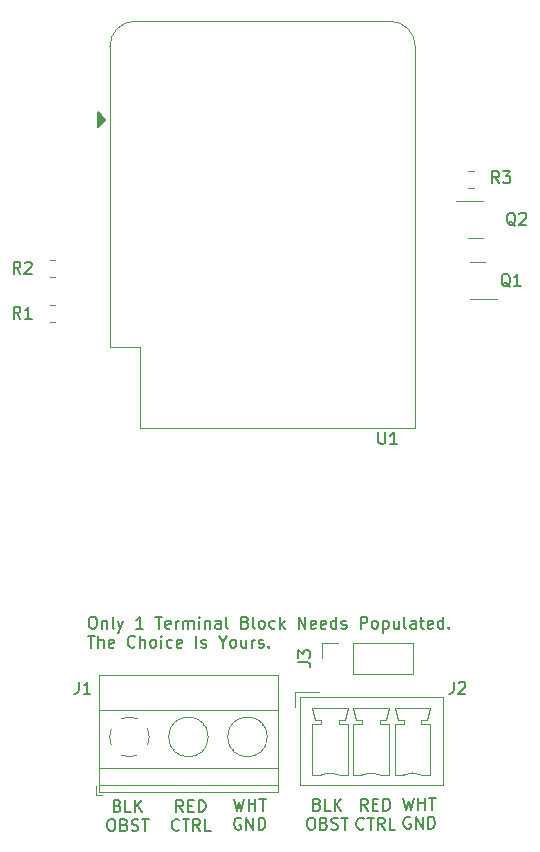
<source format=gto>
%TF.GenerationSoftware,KiCad,Pcbnew,7.0.7*%
%TF.CreationDate,2023-10-31T07:57:55-06:00*%
%TF.ProjectId,RatGDO-OpenSource-D1Mini-ESP8266,52617447-444f-42d4-9f70-656e536f7572,rev?*%
%TF.SameCoordinates,Original*%
%TF.FileFunction,Legend,Top*%
%TF.FilePolarity,Positive*%
%FSLAX46Y46*%
G04 Gerber Fmt 4.6, Leading zero omitted, Abs format (unit mm)*
G04 Created by KiCad (PCBNEW 7.0.7) date 2023-10-31 07:57:55*
%MOMM*%
%LPD*%
G01*
G04 APERTURE LIST*
%ADD10C,0.150000*%
%ADD11C,0.120000*%
G04 APERTURE END LIST*
D10*
X145613899Y-124133912D02*
X145756756Y-124181531D01*
X145756756Y-124181531D02*
X145804375Y-124229150D01*
X145804375Y-124229150D02*
X145851994Y-124324388D01*
X145851994Y-124324388D02*
X145851994Y-124467245D01*
X145851994Y-124467245D02*
X145804375Y-124562483D01*
X145804375Y-124562483D02*
X145756756Y-124610103D01*
X145756756Y-124610103D02*
X145661518Y-124657722D01*
X145661518Y-124657722D02*
X145280566Y-124657722D01*
X145280566Y-124657722D02*
X145280566Y-123657722D01*
X145280566Y-123657722D02*
X145613899Y-123657722D01*
X145613899Y-123657722D02*
X145709137Y-123705341D01*
X145709137Y-123705341D02*
X145756756Y-123752960D01*
X145756756Y-123752960D02*
X145804375Y-123848198D01*
X145804375Y-123848198D02*
X145804375Y-123943436D01*
X145804375Y-123943436D02*
X145756756Y-124038674D01*
X145756756Y-124038674D02*
X145709137Y-124086293D01*
X145709137Y-124086293D02*
X145613899Y-124133912D01*
X145613899Y-124133912D02*
X145280566Y-124133912D01*
X146756756Y-124657722D02*
X146280566Y-124657722D01*
X146280566Y-124657722D02*
X146280566Y-123657722D01*
X147090090Y-124657722D02*
X147090090Y-123657722D01*
X147661518Y-124657722D02*
X147232947Y-124086293D01*
X147661518Y-123657722D02*
X147090090Y-124229150D01*
X144994852Y-125267722D02*
X145185328Y-125267722D01*
X145185328Y-125267722D02*
X145280566Y-125315341D01*
X145280566Y-125315341D02*
X145375804Y-125410579D01*
X145375804Y-125410579D02*
X145423423Y-125601055D01*
X145423423Y-125601055D02*
X145423423Y-125934388D01*
X145423423Y-125934388D02*
X145375804Y-126124864D01*
X145375804Y-126124864D02*
X145280566Y-126220103D01*
X145280566Y-126220103D02*
X145185328Y-126267722D01*
X145185328Y-126267722D02*
X144994852Y-126267722D01*
X144994852Y-126267722D02*
X144899614Y-126220103D01*
X144899614Y-126220103D02*
X144804376Y-126124864D01*
X144804376Y-126124864D02*
X144756757Y-125934388D01*
X144756757Y-125934388D02*
X144756757Y-125601055D01*
X144756757Y-125601055D02*
X144804376Y-125410579D01*
X144804376Y-125410579D02*
X144899614Y-125315341D01*
X144899614Y-125315341D02*
X144994852Y-125267722D01*
X146185328Y-125743912D02*
X146328185Y-125791531D01*
X146328185Y-125791531D02*
X146375804Y-125839150D01*
X146375804Y-125839150D02*
X146423423Y-125934388D01*
X146423423Y-125934388D02*
X146423423Y-126077245D01*
X146423423Y-126077245D02*
X146375804Y-126172483D01*
X146375804Y-126172483D02*
X146328185Y-126220103D01*
X146328185Y-126220103D02*
X146232947Y-126267722D01*
X146232947Y-126267722D02*
X145851995Y-126267722D01*
X145851995Y-126267722D02*
X145851995Y-125267722D01*
X145851995Y-125267722D02*
X146185328Y-125267722D01*
X146185328Y-125267722D02*
X146280566Y-125315341D01*
X146280566Y-125315341D02*
X146328185Y-125362960D01*
X146328185Y-125362960D02*
X146375804Y-125458198D01*
X146375804Y-125458198D02*
X146375804Y-125553436D01*
X146375804Y-125553436D02*
X146328185Y-125648674D01*
X146328185Y-125648674D02*
X146280566Y-125696293D01*
X146280566Y-125696293D02*
X146185328Y-125743912D01*
X146185328Y-125743912D02*
X145851995Y-125743912D01*
X146804376Y-126220103D02*
X146947233Y-126267722D01*
X146947233Y-126267722D02*
X147185328Y-126267722D01*
X147185328Y-126267722D02*
X147280566Y-126220103D01*
X147280566Y-126220103D02*
X147328185Y-126172483D01*
X147328185Y-126172483D02*
X147375804Y-126077245D01*
X147375804Y-126077245D02*
X147375804Y-125982007D01*
X147375804Y-125982007D02*
X147328185Y-125886769D01*
X147328185Y-125886769D02*
X147280566Y-125839150D01*
X147280566Y-125839150D02*
X147185328Y-125791531D01*
X147185328Y-125791531D02*
X146994852Y-125743912D01*
X146994852Y-125743912D02*
X146899614Y-125696293D01*
X146899614Y-125696293D02*
X146851995Y-125648674D01*
X146851995Y-125648674D02*
X146804376Y-125553436D01*
X146804376Y-125553436D02*
X146804376Y-125458198D01*
X146804376Y-125458198D02*
X146851995Y-125362960D01*
X146851995Y-125362960D02*
X146899614Y-125315341D01*
X146899614Y-125315341D02*
X146994852Y-125267722D01*
X146994852Y-125267722D02*
X147232947Y-125267722D01*
X147232947Y-125267722D02*
X147375804Y-125315341D01*
X147661519Y-125267722D02*
X148232947Y-125267722D01*
X147947233Y-126267722D02*
X147947233Y-125267722D01*
X134251631Y-124759655D02*
X133918298Y-124283464D01*
X133680203Y-124759655D02*
X133680203Y-123759655D01*
X133680203Y-123759655D02*
X134061155Y-123759655D01*
X134061155Y-123759655D02*
X134156393Y-123807274D01*
X134156393Y-123807274D02*
X134204012Y-123854893D01*
X134204012Y-123854893D02*
X134251631Y-123950131D01*
X134251631Y-123950131D02*
X134251631Y-124092988D01*
X134251631Y-124092988D02*
X134204012Y-124188226D01*
X134204012Y-124188226D02*
X134156393Y-124235845D01*
X134156393Y-124235845D02*
X134061155Y-124283464D01*
X134061155Y-124283464D02*
X133680203Y-124283464D01*
X134680203Y-124235845D02*
X135013536Y-124235845D01*
X135156393Y-124759655D02*
X134680203Y-124759655D01*
X134680203Y-124759655D02*
X134680203Y-123759655D01*
X134680203Y-123759655D02*
X135156393Y-123759655D01*
X135584965Y-124759655D02*
X135584965Y-123759655D01*
X135584965Y-123759655D02*
X135823060Y-123759655D01*
X135823060Y-123759655D02*
X135965917Y-123807274D01*
X135965917Y-123807274D02*
X136061155Y-123902512D01*
X136061155Y-123902512D02*
X136108774Y-123997750D01*
X136108774Y-123997750D02*
X136156393Y-124188226D01*
X136156393Y-124188226D02*
X136156393Y-124331083D01*
X136156393Y-124331083D02*
X136108774Y-124521559D01*
X136108774Y-124521559D02*
X136061155Y-124616797D01*
X136061155Y-124616797D02*
X135965917Y-124712036D01*
X135965917Y-124712036D02*
X135823060Y-124759655D01*
X135823060Y-124759655D02*
X135584965Y-124759655D01*
X133918298Y-126274416D02*
X133870679Y-126322036D01*
X133870679Y-126322036D02*
X133727822Y-126369655D01*
X133727822Y-126369655D02*
X133632584Y-126369655D01*
X133632584Y-126369655D02*
X133489727Y-126322036D01*
X133489727Y-126322036D02*
X133394489Y-126226797D01*
X133394489Y-126226797D02*
X133346870Y-126131559D01*
X133346870Y-126131559D02*
X133299251Y-125941083D01*
X133299251Y-125941083D02*
X133299251Y-125798226D01*
X133299251Y-125798226D02*
X133346870Y-125607750D01*
X133346870Y-125607750D02*
X133394489Y-125512512D01*
X133394489Y-125512512D02*
X133489727Y-125417274D01*
X133489727Y-125417274D02*
X133632584Y-125369655D01*
X133632584Y-125369655D02*
X133727822Y-125369655D01*
X133727822Y-125369655D02*
X133870679Y-125417274D01*
X133870679Y-125417274D02*
X133918298Y-125464893D01*
X134204013Y-125369655D02*
X134775441Y-125369655D01*
X134489727Y-126369655D02*
X134489727Y-125369655D01*
X135680203Y-126369655D02*
X135346870Y-125893464D01*
X135108775Y-126369655D02*
X135108775Y-125369655D01*
X135108775Y-125369655D02*
X135489727Y-125369655D01*
X135489727Y-125369655D02*
X135584965Y-125417274D01*
X135584965Y-125417274D02*
X135632584Y-125464893D01*
X135632584Y-125464893D02*
X135680203Y-125560131D01*
X135680203Y-125560131D02*
X135680203Y-125702988D01*
X135680203Y-125702988D02*
X135632584Y-125798226D01*
X135632584Y-125798226D02*
X135584965Y-125845845D01*
X135584965Y-125845845D02*
X135489727Y-125893464D01*
X135489727Y-125893464D02*
X135108775Y-125893464D01*
X136584965Y-126369655D02*
X136108775Y-126369655D01*
X136108775Y-126369655D02*
X136108775Y-125369655D01*
X149881373Y-124657722D02*
X149548040Y-124181531D01*
X149309945Y-124657722D02*
X149309945Y-123657722D01*
X149309945Y-123657722D02*
X149690897Y-123657722D01*
X149690897Y-123657722D02*
X149786135Y-123705341D01*
X149786135Y-123705341D02*
X149833754Y-123752960D01*
X149833754Y-123752960D02*
X149881373Y-123848198D01*
X149881373Y-123848198D02*
X149881373Y-123991055D01*
X149881373Y-123991055D02*
X149833754Y-124086293D01*
X149833754Y-124086293D02*
X149786135Y-124133912D01*
X149786135Y-124133912D02*
X149690897Y-124181531D01*
X149690897Y-124181531D02*
X149309945Y-124181531D01*
X150309945Y-124133912D02*
X150643278Y-124133912D01*
X150786135Y-124657722D02*
X150309945Y-124657722D01*
X150309945Y-124657722D02*
X150309945Y-123657722D01*
X150309945Y-123657722D02*
X150786135Y-123657722D01*
X151214707Y-124657722D02*
X151214707Y-123657722D01*
X151214707Y-123657722D02*
X151452802Y-123657722D01*
X151452802Y-123657722D02*
X151595659Y-123705341D01*
X151595659Y-123705341D02*
X151690897Y-123800579D01*
X151690897Y-123800579D02*
X151738516Y-123895817D01*
X151738516Y-123895817D02*
X151786135Y-124086293D01*
X151786135Y-124086293D02*
X151786135Y-124229150D01*
X151786135Y-124229150D02*
X151738516Y-124419626D01*
X151738516Y-124419626D02*
X151690897Y-124514864D01*
X151690897Y-124514864D02*
X151595659Y-124610103D01*
X151595659Y-124610103D02*
X151452802Y-124657722D01*
X151452802Y-124657722D02*
X151214707Y-124657722D01*
X149548040Y-126172483D02*
X149500421Y-126220103D01*
X149500421Y-126220103D02*
X149357564Y-126267722D01*
X149357564Y-126267722D02*
X149262326Y-126267722D01*
X149262326Y-126267722D02*
X149119469Y-126220103D01*
X149119469Y-126220103D02*
X149024231Y-126124864D01*
X149024231Y-126124864D02*
X148976612Y-126029626D01*
X148976612Y-126029626D02*
X148928993Y-125839150D01*
X148928993Y-125839150D02*
X148928993Y-125696293D01*
X148928993Y-125696293D02*
X148976612Y-125505817D01*
X148976612Y-125505817D02*
X149024231Y-125410579D01*
X149024231Y-125410579D02*
X149119469Y-125315341D01*
X149119469Y-125315341D02*
X149262326Y-125267722D01*
X149262326Y-125267722D02*
X149357564Y-125267722D01*
X149357564Y-125267722D02*
X149500421Y-125315341D01*
X149500421Y-125315341D02*
X149548040Y-125362960D01*
X149833755Y-125267722D02*
X150405183Y-125267722D01*
X150119469Y-126267722D02*
X150119469Y-125267722D01*
X151309945Y-126267722D02*
X150976612Y-125791531D01*
X150738517Y-126267722D02*
X150738517Y-125267722D01*
X150738517Y-125267722D02*
X151119469Y-125267722D01*
X151119469Y-125267722D02*
X151214707Y-125315341D01*
X151214707Y-125315341D02*
X151262326Y-125362960D01*
X151262326Y-125362960D02*
X151309945Y-125458198D01*
X151309945Y-125458198D02*
X151309945Y-125601055D01*
X151309945Y-125601055D02*
X151262326Y-125696293D01*
X151262326Y-125696293D02*
X151214707Y-125743912D01*
X151214707Y-125743912D02*
X151119469Y-125791531D01*
X151119469Y-125791531D02*
X150738517Y-125791531D01*
X152214707Y-126267722D02*
X151738517Y-126267722D01*
X151738517Y-126267722D02*
X151738517Y-125267722D01*
X138558503Y-123657722D02*
X138796598Y-124657722D01*
X138796598Y-124657722D02*
X138987074Y-123943436D01*
X138987074Y-123943436D02*
X139177550Y-124657722D01*
X139177550Y-124657722D02*
X139415646Y-123657722D01*
X139796598Y-124657722D02*
X139796598Y-123657722D01*
X139796598Y-124133912D02*
X140368026Y-124133912D01*
X140368026Y-124657722D02*
X140368026Y-123657722D01*
X140701360Y-123657722D02*
X141272788Y-123657722D01*
X140987074Y-124657722D02*
X140987074Y-123657722D01*
X139129931Y-125315341D02*
X139034693Y-125267722D01*
X139034693Y-125267722D02*
X138891836Y-125267722D01*
X138891836Y-125267722D02*
X138748979Y-125315341D01*
X138748979Y-125315341D02*
X138653741Y-125410579D01*
X138653741Y-125410579D02*
X138606122Y-125505817D01*
X138606122Y-125505817D02*
X138558503Y-125696293D01*
X138558503Y-125696293D02*
X138558503Y-125839150D01*
X138558503Y-125839150D02*
X138606122Y-126029626D01*
X138606122Y-126029626D02*
X138653741Y-126124864D01*
X138653741Y-126124864D02*
X138748979Y-126220103D01*
X138748979Y-126220103D02*
X138891836Y-126267722D01*
X138891836Y-126267722D02*
X138987074Y-126267722D01*
X138987074Y-126267722D02*
X139129931Y-126220103D01*
X139129931Y-126220103D02*
X139177550Y-126172483D01*
X139177550Y-126172483D02*
X139177550Y-125839150D01*
X139177550Y-125839150D02*
X138987074Y-125839150D01*
X139606122Y-126267722D02*
X139606122Y-125267722D01*
X139606122Y-125267722D02*
X140177550Y-126267722D01*
X140177550Y-126267722D02*
X140177550Y-125267722D01*
X140653741Y-126267722D02*
X140653741Y-125267722D01*
X140653741Y-125267722D02*
X140891836Y-125267722D01*
X140891836Y-125267722D02*
X141034693Y-125315341D01*
X141034693Y-125315341D02*
X141129931Y-125410579D01*
X141129931Y-125410579D02*
X141177550Y-125505817D01*
X141177550Y-125505817D02*
X141225169Y-125696293D01*
X141225169Y-125696293D02*
X141225169Y-125839150D01*
X141225169Y-125839150D02*
X141177550Y-126029626D01*
X141177550Y-126029626D02*
X141129931Y-126124864D01*
X141129931Y-126124864D02*
X141034693Y-126220103D01*
X141034693Y-126220103D02*
X140891836Y-126267722D01*
X140891836Y-126267722D02*
X140653741Y-126267722D01*
X126516044Y-108248027D02*
X126706520Y-108248027D01*
X126706520Y-108248027D02*
X126801758Y-108295646D01*
X126801758Y-108295646D02*
X126896996Y-108390884D01*
X126896996Y-108390884D02*
X126944615Y-108581360D01*
X126944615Y-108581360D02*
X126944615Y-108914693D01*
X126944615Y-108914693D02*
X126896996Y-109105169D01*
X126896996Y-109105169D02*
X126801758Y-109200408D01*
X126801758Y-109200408D02*
X126706520Y-109248027D01*
X126706520Y-109248027D02*
X126516044Y-109248027D01*
X126516044Y-109248027D02*
X126420806Y-109200408D01*
X126420806Y-109200408D02*
X126325568Y-109105169D01*
X126325568Y-109105169D02*
X126277949Y-108914693D01*
X126277949Y-108914693D02*
X126277949Y-108581360D01*
X126277949Y-108581360D02*
X126325568Y-108390884D01*
X126325568Y-108390884D02*
X126420806Y-108295646D01*
X126420806Y-108295646D02*
X126516044Y-108248027D01*
X127373187Y-108581360D02*
X127373187Y-109248027D01*
X127373187Y-108676598D02*
X127420806Y-108628979D01*
X127420806Y-108628979D02*
X127516044Y-108581360D01*
X127516044Y-108581360D02*
X127658901Y-108581360D01*
X127658901Y-108581360D02*
X127754139Y-108628979D01*
X127754139Y-108628979D02*
X127801758Y-108724217D01*
X127801758Y-108724217D02*
X127801758Y-109248027D01*
X128420806Y-109248027D02*
X128325568Y-109200408D01*
X128325568Y-109200408D02*
X128277949Y-109105169D01*
X128277949Y-109105169D02*
X128277949Y-108248027D01*
X128706521Y-108581360D02*
X128944616Y-109248027D01*
X129182711Y-108581360D02*
X128944616Y-109248027D01*
X128944616Y-109248027D02*
X128849378Y-109486122D01*
X128849378Y-109486122D02*
X128801759Y-109533741D01*
X128801759Y-109533741D02*
X128706521Y-109581360D01*
X130849378Y-109248027D02*
X130277950Y-109248027D01*
X130563664Y-109248027D02*
X130563664Y-108248027D01*
X130563664Y-108248027D02*
X130468426Y-108390884D01*
X130468426Y-108390884D02*
X130373188Y-108486122D01*
X130373188Y-108486122D02*
X130277950Y-108533741D01*
X131896998Y-108248027D02*
X132468426Y-108248027D01*
X132182712Y-109248027D02*
X132182712Y-108248027D01*
X133182712Y-109200408D02*
X133087474Y-109248027D01*
X133087474Y-109248027D02*
X132896998Y-109248027D01*
X132896998Y-109248027D02*
X132801760Y-109200408D01*
X132801760Y-109200408D02*
X132754141Y-109105169D01*
X132754141Y-109105169D02*
X132754141Y-108724217D01*
X132754141Y-108724217D02*
X132801760Y-108628979D01*
X132801760Y-108628979D02*
X132896998Y-108581360D01*
X132896998Y-108581360D02*
X133087474Y-108581360D01*
X133087474Y-108581360D02*
X133182712Y-108628979D01*
X133182712Y-108628979D02*
X133230331Y-108724217D01*
X133230331Y-108724217D02*
X133230331Y-108819455D01*
X133230331Y-108819455D02*
X132754141Y-108914693D01*
X133658903Y-109248027D02*
X133658903Y-108581360D01*
X133658903Y-108771836D02*
X133706522Y-108676598D01*
X133706522Y-108676598D02*
X133754141Y-108628979D01*
X133754141Y-108628979D02*
X133849379Y-108581360D01*
X133849379Y-108581360D02*
X133944617Y-108581360D01*
X134277951Y-109248027D02*
X134277951Y-108581360D01*
X134277951Y-108676598D02*
X134325570Y-108628979D01*
X134325570Y-108628979D02*
X134420808Y-108581360D01*
X134420808Y-108581360D02*
X134563665Y-108581360D01*
X134563665Y-108581360D02*
X134658903Y-108628979D01*
X134658903Y-108628979D02*
X134706522Y-108724217D01*
X134706522Y-108724217D02*
X134706522Y-109248027D01*
X134706522Y-108724217D02*
X134754141Y-108628979D01*
X134754141Y-108628979D02*
X134849379Y-108581360D01*
X134849379Y-108581360D02*
X134992236Y-108581360D01*
X134992236Y-108581360D02*
X135087475Y-108628979D01*
X135087475Y-108628979D02*
X135135094Y-108724217D01*
X135135094Y-108724217D02*
X135135094Y-109248027D01*
X135611284Y-109248027D02*
X135611284Y-108581360D01*
X135611284Y-108248027D02*
X135563665Y-108295646D01*
X135563665Y-108295646D02*
X135611284Y-108343265D01*
X135611284Y-108343265D02*
X135658903Y-108295646D01*
X135658903Y-108295646D02*
X135611284Y-108248027D01*
X135611284Y-108248027D02*
X135611284Y-108343265D01*
X136087474Y-108581360D02*
X136087474Y-109248027D01*
X136087474Y-108676598D02*
X136135093Y-108628979D01*
X136135093Y-108628979D02*
X136230331Y-108581360D01*
X136230331Y-108581360D02*
X136373188Y-108581360D01*
X136373188Y-108581360D02*
X136468426Y-108628979D01*
X136468426Y-108628979D02*
X136516045Y-108724217D01*
X136516045Y-108724217D02*
X136516045Y-109248027D01*
X137420807Y-109248027D02*
X137420807Y-108724217D01*
X137420807Y-108724217D02*
X137373188Y-108628979D01*
X137373188Y-108628979D02*
X137277950Y-108581360D01*
X137277950Y-108581360D02*
X137087474Y-108581360D01*
X137087474Y-108581360D02*
X136992236Y-108628979D01*
X137420807Y-109200408D02*
X137325569Y-109248027D01*
X137325569Y-109248027D02*
X137087474Y-109248027D01*
X137087474Y-109248027D02*
X136992236Y-109200408D01*
X136992236Y-109200408D02*
X136944617Y-109105169D01*
X136944617Y-109105169D02*
X136944617Y-109009931D01*
X136944617Y-109009931D02*
X136992236Y-108914693D01*
X136992236Y-108914693D02*
X137087474Y-108867074D01*
X137087474Y-108867074D02*
X137325569Y-108867074D01*
X137325569Y-108867074D02*
X137420807Y-108819455D01*
X138039855Y-109248027D02*
X137944617Y-109200408D01*
X137944617Y-109200408D02*
X137896998Y-109105169D01*
X137896998Y-109105169D02*
X137896998Y-108248027D01*
X139516046Y-108724217D02*
X139658903Y-108771836D01*
X139658903Y-108771836D02*
X139706522Y-108819455D01*
X139706522Y-108819455D02*
X139754141Y-108914693D01*
X139754141Y-108914693D02*
X139754141Y-109057550D01*
X139754141Y-109057550D02*
X139706522Y-109152788D01*
X139706522Y-109152788D02*
X139658903Y-109200408D01*
X139658903Y-109200408D02*
X139563665Y-109248027D01*
X139563665Y-109248027D02*
X139182713Y-109248027D01*
X139182713Y-109248027D02*
X139182713Y-108248027D01*
X139182713Y-108248027D02*
X139516046Y-108248027D01*
X139516046Y-108248027D02*
X139611284Y-108295646D01*
X139611284Y-108295646D02*
X139658903Y-108343265D01*
X139658903Y-108343265D02*
X139706522Y-108438503D01*
X139706522Y-108438503D02*
X139706522Y-108533741D01*
X139706522Y-108533741D02*
X139658903Y-108628979D01*
X139658903Y-108628979D02*
X139611284Y-108676598D01*
X139611284Y-108676598D02*
X139516046Y-108724217D01*
X139516046Y-108724217D02*
X139182713Y-108724217D01*
X140325570Y-109248027D02*
X140230332Y-109200408D01*
X140230332Y-109200408D02*
X140182713Y-109105169D01*
X140182713Y-109105169D02*
X140182713Y-108248027D01*
X140849380Y-109248027D02*
X140754142Y-109200408D01*
X140754142Y-109200408D02*
X140706523Y-109152788D01*
X140706523Y-109152788D02*
X140658904Y-109057550D01*
X140658904Y-109057550D02*
X140658904Y-108771836D01*
X140658904Y-108771836D02*
X140706523Y-108676598D01*
X140706523Y-108676598D02*
X140754142Y-108628979D01*
X140754142Y-108628979D02*
X140849380Y-108581360D01*
X140849380Y-108581360D02*
X140992237Y-108581360D01*
X140992237Y-108581360D02*
X141087475Y-108628979D01*
X141087475Y-108628979D02*
X141135094Y-108676598D01*
X141135094Y-108676598D02*
X141182713Y-108771836D01*
X141182713Y-108771836D02*
X141182713Y-109057550D01*
X141182713Y-109057550D02*
X141135094Y-109152788D01*
X141135094Y-109152788D02*
X141087475Y-109200408D01*
X141087475Y-109200408D02*
X140992237Y-109248027D01*
X140992237Y-109248027D02*
X140849380Y-109248027D01*
X142039856Y-109200408D02*
X141944618Y-109248027D01*
X141944618Y-109248027D02*
X141754142Y-109248027D01*
X141754142Y-109248027D02*
X141658904Y-109200408D01*
X141658904Y-109200408D02*
X141611285Y-109152788D01*
X141611285Y-109152788D02*
X141563666Y-109057550D01*
X141563666Y-109057550D02*
X141563666Y-108771836D01*
X141563666Y-108771836D02*
X141611285Y-108676598D01*
X141611285Y-108676598D02*
X141658904Y-108628979D01*
X141658904Y-108628979D02*
X141754142Y-108581360D01*
X141754142Y-108581360D02*
X141944618Y-108581360D01*
X141944618Y-108581360D02*
X142039856Y-108628979D01*
X142468428Y-109248027D02*
X142468428Y-108248027D01*
X142563666Y-108867074D02*
X142849380Y-109248027D01*
X142849380Y-108581360D02*
X142468428Y-108962312D01*
X144039857Y-109248027D02*
X144039857Y-108248027D01*
X144039857Y-108248027D02*
X144611285Y-109248027D01*
X144611285Y-109248027D02*
X144611285Y-108248027D01*
X145468428Y-109200408D02*
X145373190Y-109248027D01*
X145373190Y-109248027D02*
X145182714Y-109248027D01*
X145182714Y-109248027D02*
X145087476Y-109200408D01*
X145087476Y-109200408D02*
X145039857Y-109105169D01*
X145039857Y-109105169D02*
X145039857Y-108724217D01*
X145039857Y-108724217D02*
X145087476Y-108628979D01*
X145087476Y-108628979D02*
X145182714Y-108581360D01*
X145182714Y-108581360D02*
X145373190Y-108581360D01*
X145373190Y-108581360D02*
X145468428Y-108628979D01*
X145468428Y-108628979D02*
X145516047Y-108724217D01*
X145516047Y-108724217D02*
X145516047Y-108819455D01*
X145516047Y-108819455D02*
X145039857Y-108914693D01*
X146325571Y-109200408D02*
X146230333Y-109248027D01*
X146230333Y-109248027D02*
X146039857Y-109248027D01*
X146039857Y-109248027D02*
X145944619Y-109200408D01*
X145944619Y-109200408D02*
X145897000Y-109105169D01*
X145897000Y-109105169D02*
X145897000Y-108724217D01*
X145897000Y-108724217D02*
X145944619Y-108628979D01*
X145944619Y-108628979D02*
X146039857Y-108581360D01*
X146039857Y-108581360D02*
X146230333Y-108581360D01*
X146230333Y-108581360D02*
X146325571Y-108628979D01*
X146325571Y-108628979D02*
X146373190Y-108724217D01*
X146373190Y-108724217D02*
X146373190Y-108819455D01*
X146373190Y-108819455D02*
X145897000Y-108914693D01*
X147230333Y-109248027D02*
X147230333Y-108248027D01*
X147230333Y-109200408D02*
X147135095Y-109248027D01*
X147135095Y-109248027D02*
X146944619Y-109248027D01*
X146944619Y-109248027D02*
X146849381Y-109200408D01*
X146849381Y-109200408D02*
X146801762Y-109152788D01*
X146801762Y-109152788D02*
X146754143Y-109057550D01*
X146754143Y-109057550D02*
X146754143Y-108771836D01*
X146754143Y-108771836D02*
X146801762Y-108676598D01*
X146801762Y-108676598D02*
X146849381Y-108628979D01*
X146849381Y-108628979D02*
X146944619Y-108581360D01*
X146944619Y-108581360D02*
X147135095Y-108581360D01*
X147135095Y-108581360D02*
X147230333Y-108628979D01*
X147658905Y-109200408D02*
X147754143Y-109248027D01*
X147754143Y-109248027D02*
X147944619Y-109248027D01*
X147944619Y-109248027D02*
X148039857Y-109200408D01*
X148039857Y-109200408D02*
X148087476Y-109105169D01*
X148087476Y-109105169D02*
X148087476Y-109057550D01*
X148087476Y-109057550D02*
X148039857Y-108962312D01*
X148039857Y-108962312D02*
X147944619Y-108914693D01*
X147944619Y-108914693D02*
X147801762Y-108914693D01*
X147801762Y-108914693D02*
X147706524Y-108867074D01*
X147706524Y-108867074D02*
X147658905Y-108771836D01*
X147658905Y-108771836D02*
X147658905Y-108724217D01*
X147658905Y-108724217D02*
X147706524Y-108628979D01*
X147706524Y-108628979D02*
X147801762Y-108581360D01*
X147801762Y-108581360D02*
X147944619Y-108581360D01*
X147944619Y-108581360D02*
X148039857Y-108628979D01*
X149277953Y-109248027D02*
X149277953Y-108248027D01*
X149277953Y-108248027D02*
X149658905Y-108248027D01*
X149658905Y-108248027D02*
X149754143Y-108295646D01*
X149754143Y-108295646D02*
X149801762Y-108343265D01*
X149801762Y-108343265D02*
X149849381Y-108438503D01*
X149849381Y-108438503D02*
X149849381Y-108581360D01*
X149849381Y-108581360D02*
X149801762Y-108676598D01*
X149801762Y-108676598D02*
X149754143Y-108724217D01*
X149754143Y-108724217D02*
X149658905Y-108771836D01*
X149658905Y-108771836D02*
X149277953Y-108771836D01*
X150420810Y-109248027D02*
X150325572Y-109200408D01*
X150325572Y-109200408D02*
X150277953Y-109152788D01*
X150277953Y-109152788D02*
X150230334Y-109057550D01*
X150230334Y-109057550D02*
X150230334Y-108771836D01*
X150230334Y-108771836D02*
X150277953Y-108676598D01*
X150277953Y-108676598D02*
X150325572Y-108628979D01*
X150325572Y-108628979D02*
X150420810Y-108581360D01*
X150420810Y-108581360D02*
X150563667Y-108581360D01*
X150563667Y-108581360D02*
X150658905Y-108628979D01*
X150658905Y-108628979D02*
X150706524Y-108676598D01*
X150706524Y-108676598D02*
X150754143Y-108771836D01*
X150754143Y-108771836D02*
X150754143Y-109057550D01*
X150754143Y-109057550D02*
X150706524Y-109152788D01*
X150706524Y-109152788D02*
X150658905Y-109200408D01*
X150658905Y-109200408D02*
X150563667Y-109248027D01*
X150563667Y-109248027D02*
X150420810Y-109248027D01*
X151182715Y-108581360D02*
X151182715Y-109581360D01*
X151182715Y-108628979D02*
X151277953Y-108581360D01*
X151277953Y-108581360D02*
X151468429Y-108581360D01*
X151468429Y-108581360D02*
X151563667Y-108628979D01*
X151563667Y-108628979D02*
X151611286Y-108676598D01*
X151611286Y-108676598D02*
X151658905Y-108771836D01*
X151658905Y-108771836D02*
X151658905Y-109057550D01*
X151658905Y-109057550D02*
X151611286Y-109152788D01*
X151611286Y-109152788D02*
X151563667Y-109200408D01*
X151563667Y-109200408D02*
X151468429Y-109248027D01*
X151468429Y-109248027D02*
X151277953Y-109248027D01*
X151277953Y-109248027D02*
X151182715Y-109200408D01*
X152516048Y-108581360D02*
X152516048Y-109248027D01*
X152087477Y-108581360D02*
X152087477Y-109105169D01*
X152087477Y-109105169D02*
X152135096Y-109200408D01*
X152135096Y-109200408D02*
X152230334Y-109248027D01*
X152230334Y-109248027D02*
X152373191Y-109248027D01*
X152373191Y-109248027D02*
X152468429Y-109200408D01*
X152468429Y-109200408D02*
X152516048Y-109152788D01*
X153135096Y-109248027D02*
X153039858Y-109200408D01*
X153039858Y-109200408D02*
X152992239Y-109105169D01*
X152992239Y-109105169D02*
X152992239Y-108248027D01*
X153944620Y-109248027D02*
X153944620Y-108724217D01*
X153944620Y-108724217D02*
X153897001Y-108628979D01*
X153897001Y-108628979D02*
X153801763Y-108581360D01*
X153801763Y-108581360D02*
X153611287Y-108581360D01*
X153611287Y-108581360D02*
X153516049Y-108628979D01*
X153944620Y-109200408D02*
X153849382Y-109248027D01*
X153849382Y-109248027D02*
X153611287Y-109248027D01*
X153611287Y-109248027D02*
X153516049Y-109200408D01*
X153516049Y-109200408D02*
X153468430Y-109105169D01*
X153468430Y-109105169D02*
X153468430Y-109009931D01*
X153468430Y-109009931D02*
X153516049Y-108914693D01*
X153516049Y-108914693D02*
X153611287Y-108867074D01*
X153611287Y-108867074D02*
X153849382Y-108867074D01*
X153849382Y-108867074D02*
X153944620Y-108819455D01*
X154277954Y-108581360D02*
X154658906Y-108581360D01*
X154420811Y-108248027D02*
X154420811Y-109105169D01*
X154420811Y-109105169D02*
X154468430Y-109200408D01*
X154468430Y-109200408D02*
X154563668Y-109248027D01*
X154563668Y-109248027D02*
X154658906Y-109248027D01*
X155373192Y-109200408D02*
X155277954Y-109248027D01*
X155277954Y-109248027D02*
X155087478Y-109248027D01*
X155087478Y-109248027D02*
X154992240Y-109200408D01*
X154992240Y-109200408D02*
X154944621Y-109105169D01*
X154944621Y-109105169D02*
X154944621Y-108724217D01*
X154944621Y-108724217D02*
X154992240Y-108628979D01*
X154992240Y-108628979D02*
X155087478Y-108581360D01*
X155087478Y-108581360D02*
X155277954Y-108581360D01*
X155277954Y-108581360D02*
X155373192Y-108628979D01*
X155373192Y-108628979D02*
X155420811Y-108724217D01*
X155420811Y-108724217D02*
X155420811Y-108819455D01*
X155420811Y-108819455D02*
X154944621Y-108914693D01*
X156277954Y-109248027D02*
X156277954Y-108248027D01*
X156277954Y-109200408D02*
X156182716Y-109248027D01*
X156182716Y-109248027D02*
X155992240Y-109248027D01*
X155992240Y-109248027D02*
X155897002Y-109200408D01*
X155897002Y-109200408D02*
X155849383Y-109152788D01*
X155849383Y-109152788D02*
X155801764Y-109057550D01*
X155801764Y-109057550D02*
X155801764Y-108771836D01*
X155801764Y-108771836D02*
X155849383Y-108676598D01*
X155849383Y-108676598D02*
X155897002Y-108628979D01*
X155897002Y-108628979D02*
X155992240Y-108581360D01*
X155992240Y-108581360D02*
X156182716Y-108581360D01*
X156182716Y-108581360D02*
X156277954Y-108628979D01*
X156754145Y-109152788D02*
X156801764Y-109200408D01*
X156801764Y-109200408D02*
X156754145Y-109248027D01*
X156754145Y-109248027D02*
X156706526Y-109200408D01*
X156706526Y-109200408D02*
X156754145Y-109152788D01*
X156754145Y-109152788D02*
X156754145Y-109248027D01*
X126182711Y-109858027D02*
X126754139Y-109858027D01*
X126468425Y-110858027D02*
X126468425Y-109858027D01*
X127087473Y-110858027D02*
X127087473Y-109858027D01*
X127516044Y-110858027D02*
X127516044Y-110334217D01*
X127516044Y-110334217D02*
X127468425Y-110238979D01*
X127468425Y-110238979D02*
X127373187Y-110191360D01*
X127373187Y-110191360D02*
X127230330Y-110191360D01*
X127230330Y-110191360D02*
X127135092Y-110238979D01*
X127135092Y-110238979D02*
X127087473Y-110286598D01*
X128373187Y-110810408D02*
X128277949Y-110858027D01*
X128277949Y-110858027D02*
X128087473Y-110858027D01*
X128087473Y-110858027D02*
X127992235Y-110810408D01*
X127992235Y-110810408D02*
X127944616Y-110715169D01*
X127944616Y-110715169D02*
X127944616Y-110334217D01*
X127944616Y-110334217D02*
X127992235Y-110238979D01*
X127992235Y-110238979D02*
X128087473Y-110191360D01*
X128087473Y-110191360D02*
X128277949Y-110191360D01*
X128277949Y-110191360D02*
X128373187Y-110238979D01*
X128373187Y-110238979D02*
X128420806Y-110334217D01*
X128420806Y-110334217D02*
X128420806Y-110429455D01*
X128420806Y-110429455D02*
X127944616Y-110524693D01*
X130182711Y-110762788D02*
X130135092Y-110810408D01*
X130135092Y-110810408D02*
X129992235Y-110858027D01*
X129992235Y-110858027D02*
X129896997Y-110858027D01*
X129896997Y-110858027D02*
X129754140Y-110810408D01*
X129754140Y-110810408D02*
X129658902Y-110715169D01*
X129658902Y-110715169D02*
X129611283Y-110619931D01*
X129611283Y-110619931D02*
X129563664Y-110429455D01*
X129563664Y-110429455D02*
X129563664Y-110286598D01*
X129563664Y-110286598D02*
X129611283Y-110096122D01*
X129611283Y-110096122D02*
X129658902Y-110000884D01*
X129658902Y-110000884D02*
X129754140Y-109905646D01*
X129754140Y-109905646D02*
X129896997Y-109858027D01*
X129896997Y-109858027D02*
X129992235Y-109858027D01*
X129992235Y-109858027D02*
X130135092Y-109905646D01*
X130135092Y-109905646D02*
X130182711Y-109953265D01*
X130611283Y-110858027D02*
X130611283Y-109858027D01*
X131039854Y-110858027D02*
X131039854Y-110334217D01*
X131039854Y-110334217D02*
X130992235Y-110238979D01*
X130992235Y-110238979D02*
X130896997Y-110191360D01*
X130896997Y-110191360D02*
X130754140Y-110191360D01*
X130754140Y-110191360D02*
X130658902Y-110238979D01*
X130658902Y-110238979D02*
X130611283Y-110286598D01*
X131658902Y-110858027D02*
X131563664Y-110810408D01*
X131563664Y-110810408D02*
X131516045Y-110762788D01*
X131516045Y-110762788D02*
X131468426Y-110667550D01*
X131468426Y-110667550D02*
X131468426Y-110381836D01*
X131468426Y-110381836D02*
X131516045Y-110286598D01*
X131516045Y-110286598D02*
X131563664Y-110238979D01*
X131563664Y-110238979D02*
X131658902Y-110191360D01*
X131658902Y-110191360D02*
X131801759Y-110191360D01*
X131801759Y-110191360D02*
X131896997Y-110238979D01*
X131896997Y-110238979D02*
X131944616Y-110286598D01*
X131944616Y-110286598D02*
X131992235Y-110381836D01*
X131992235Y-110381836D02*
X131992235Y-110667550D01*
X131992235Y-110667550D02*
X131944616Y-110762788D01*
X131944616Y-110762788D02*
X131896997Y-110810408D01*
X131896997Y-110810408D02*
X131801759Y-110858027D01*
X131801759Y-110858027D02*
X131658902Y-110858027D01*
X132420807Y-110858027D02*
X132420807Y-110191360D01*
X132420807Y-109858027D02*
X132373188Y-109905646D01*
X132373188Y-109905646D02*
X132420807Y-109953265D01*
X132420807Y-109953265D02*
X132468426Y-109905646D01*
X132468426Y-109905646D02*
X132420807Y-109858027D01*
X132420807Y-109858027D02*
X132420807Y-109953265D01*
X133325568Y-110810408D02*
X133230330Y-110858027D01*
X133230330Y-110858027D02*
X133039854Y-110858027D01*
X133039854Y-110858027D02*
X132944616Y-110810408D01*
X132944616Y-110810408D02*
X132896997Y-110762788D01*
X132896997Y-110762788D02*
X132849378Y-110667550D01*
X132849378Y-110667550D02*
X132849378Y-110381836D01*
X132849378Y-110381836D02*
X132896997Y-110286598D01*
X132896997Y-110286598D02*
X132944616Y-110238979D01*
X132944616Y-110238979D02*
X133039854Y-110191360D01*
X133039854Y-110191360D02*
X133230330Y-110191360D01*
X133230330Y-110191360D02*
X133325568Y-110238979D01*
X134135092Y-110810408D02*
X134039854Y-110858027D01*
X134039854Y-110858027D02*
X133849378Y-110858027D01*
X133849378Y-110858027D02*
X133754140Y-110810408D01*
X133754140Y-110810408D02*
X133706521Y-110715169D01*
X133706521Y-110715169D02*
X133706521Y-110334217D01*
X133706521Y-110334217D02*
X133754140Y-110238979D01*
X133754140Y-110238979D02*
X133849378Y-110191360D01*
X133849378Y-110191360D02*
X134039854Y-110191360D01*
X134039854Y-110191360D02*
X134135092Y-110238979D01*
X134135092Y-110238979D02*
X134182711Y-110334217D01*
X134182711Y-110334217D02*
X134182711Y-110429455D01*
X134182711Y-110429455D02*
X133706521Y-110524693D01*
X135373188Y-110858027D02*
X135373188Y-109858027D01*
X135801759Y-110810408D02*
X135896997Y-110858027D01*
X135896997Y-110858027D02*
X136087473Y-110858027D01*
X136087473Y-110858027D02*
X136182711Y-110810408D01*
X136182711Y-110810408D02*
X136230330Y-110715169D01*
X136230330Y-110715169D02*
X136230330Y-110667550D01*
X136230330Y-110667550D02*
X136182711Y-110572312D01*
X136182711Y-110572312D02*
X136087473Y-110524693D01*
X136087473Y-110524693D02*
X135944616Y-110524693D01*
X135944616Y-110524693D02*
X135849378Y-110477074D01*
X135849378Y-110477074D02*
X135801759Y-110381836D01*
X135801759Y-110381836D02*
X135801759Y-110334217D01*
X135801759Y-110334217D02*
X135849378Y-110238979D01*
X135849378Y-110238979D02*
X135944616Y-110191360D01*
X135944616Y-110191360D02*
X136087473Y-110191360D01*
X136087473Y-110191360D02*
X136182711Y-110238979D01*
X137611283Y-110381836D02*
X137611283Y-110858027D01*
X137277950Y-109858027D02*
X137611283Y-110381836D01*
X137611283Y-110381836D02*
X137944616Y-109858027D01*
X138420807Y-110858027D02*
X138325569Y-110810408D01*
X138325569Y-110810408D02*
X138277950Y-110762788D01*
X138277950Y-110762788D02*
X138230331Y-110667550D01*
X138230331Y-110667550D02*
X138230331Y-110381836D01*
X138230331Y-110381836D02*
X138277950Y-110286598D01*
X138277950Y-110286598D02*
X138325569Y-110238979D01*
X138325569Y-110238979D02*
X138420807Y-110191360D01*
X138420807Y-110191360D02*
X138563664Y-110191360D01*
X138563664Y-110191360D02*
X138658902Y-110238979D01*
X138658902Y-110238979D02*
X138706521Y-110286598D01*
X138706521Y-110286598D02*
X138754140Y-110381836D01*
X138754140Y-110381836D02*
X138754140Y-110667550D01*
X138754140Y-110667550D02*
X138706521Y-110762788D01*
X138706521Y-110762788D02*
X138658902Y-110810408D01*
X138658902Y-110810408D02*
X138563664Y-110858027D01*
X138563664Y-110858027D02*
X138420807Y-110858027D01*
X139611283Y-110191360D02*
X139611283Y-110858027D01*
X139182712Y-110191360D02*
X139182712Y-110715169D01*
X139182712Y-110715169D02*
X139230331Y-110810408D01*
X139230331Y-110810408D02*
X139325569Y-110858027D01*
X139325569Y-110858027D02*
X139468426Y-110858027D01*
X139468426Y-110858027D02*
X139563664Y-110810408D01*
X139563664Y-110810408D02*
X139611283Y-110762788D01*
X140087474Y-110858027D02*
X140087474Y-110191360D01*
X140087474Y-110381836D02*
X140135093Y-110286598D01*
X140135093Y-110286598D02*
X140182712Y-110238979D01*
X140182712Y-110238979D02*
X140277950Y-110191360D01*
X140277950Y-110191360D02*
X140373188Y-110191360D01*
X140658903Y-110810408D02*
X140754141Y-110858027D01*
X140754141Y-110858027D02*
X140944617Y-110858027D01*
X140944617Y-110858027D02*
X141039855Y-110810408D01*
X141039855Y-110810408D02*
X141087474Y-110715169D01*
X141087474Y-110715169D02*
X141087474Y-110667550D01*
X141087474Y-110667550D02*
X141039855Y-110572312D01*
X141039855Y-110572312D02*
X140944617Y-110524693D01*
X140944617Y-110524693D02*
X140801760Y-110524693D01*
X140801760Y-110524693D02*
X140706522Y-110477074D01*
X140706522Y-110477074D02*
X140658903Y-110381836D01*
X140658903Y-110381836D02*
X140658903Y-110334217D01*
X140658903Y-110334217D02*
X140706522Y-110238979D01*
X140706522Y-110238979D02*
X140801760Y-110191360D01*
X140801760Y-110191360D02*
X140944617Y-110191360D01*
X140944617Y-110191360D02*
X141039855Y-110238979D01*
X141516046Y-110762788D02*
X141563665Y-110810408D01*
X141563665Y-110810408D02*
X141516046Y-110858027D01*
X141516046Y-110858027D02*
X141468427Y-110810408D01*
X141468427Y-110810408D02*
X141516046Y-110762788D01*
X141516046Y-110762788D02*
X141516046Y-110858027D01*
X128706666Y-124235845D02*
X128849523Y-124283464D01*
X128849523Y-124283464D02*
X128897142Y-124331083D01*
X128897142Y-124331083D02*
X128944761Y-124426321D01*
X128944761Y-124426321D02*
X128944761Y-124569178D01*
X128944761Y-124569178D02*
X128897142Y-124664416D01*
X128897142Y-124664416D02*
X128849523Y-124712036D01*
X128849523Y-124712036D02*
X128754285Y-124759655D01*
X128754285Y-124759655D02*
X128373333Y-124759655D01*
X128373333Y-124759655D02*
X128373333Y-123759655D01*
X128373333Y-123759655D02*
X128706666Y-123759655D01*
X128706666Y-123759655D02*
X128801904Y-123807274D01*
X128801904Y-123807274D02*
X128849523Y-123854893D01*
X128849523Y-123854893D02*
X128897142Y-123950131D01*
X128897142Y-123950131D02*
X128897142Y-124045369D01*
X128897142Y-124045369D02*
X128849523Y-124140607D01*
X128849523Y-124140607D02*
X128801904Y-124188226D01*
X128801904Y-124188226D02*
X128706666Y-124235845D01*
X128706666Y-124235845D02*
X128373333Y-124235845D01*
X129849523Y-124759655D02*
X129373333Y-124759655D01*
X129373333Y-124759655D02*
X129373333Y-123759655D01*
X130182857Y-124759655D02*
X130182857Y-123759655D01*
X130754285Y-124759655D02*
X130325714Y-124188226D01*
X130754285Y-123759655D02*
X130182857Y-124331083D01*
X128087619Y-125369655D02*
X128278095Y-125369655D01*
X128278095Y-125369655D02*
X128373333Y-125417274D01*
X128373333Y-125417274D02*
X128468571Y-125512512D01*
X128468571Y-125512512D02*
X128516190Y-125702988D01*
X128516190Y-125702988D02*
X128516190Y-126036321D01*
X128516190Y-126036321D02*
X128468571Y-126226797D01*
X128468571Y-126226797D02*
X128373333Y-126322036D01*
X128373333Y-126322036D02*
X128278095Y-126369655D01*
X128278095Y-126369655D02*
X128087619Y-126369655D01*
X128087619Y-126369655D02*
X127992381Y-126322036D01*
X127992381Y-126322036D02*
X127897143Y-126226797D01*
X127897143Y-126226797D02*
X127849524Y-126036321D01*
X127849524Y-126036321D02*
X127849524Y-125702988D01*
X127849524Y-125702988D02*
X127897143Y-125512512D01*
X127897143Y-125512512D02*
X127992381Y-125417274D01*
X127992381Y-125417274D02*
X128087619Y-125369655D01*
X129278095Y-125845845D02*
X129420952Y-125893464D01*
X129420952Y-125893464D02*
X129468571Y-125941083D01*
X129468571Y-125941083D02*
X129516190Y-126036321D01*
X129516190Y-126036321D02*
X129516190Y-126179178D01*
X129516190Y-126179178D02*
X129468571Y-126274416D01*
X129468571Y-126274416D02*
X129420952Y-126322036D01*
X129420952Y-126322036D02*
X129325714Y-126369655D01*
X129325714Y-126369655D02*
X128944762Y-126369655D01*
X128944762Y-126369655D02*
X128944762Y-125369655D01*
X128944762Y-125369655D02*
X129278095Y-125369655D01*
X129278095Y-125369655D02*
X129373333Y-125417274D01*
X129373333Y-125417274D02*
X129420952Y-125464893D01*
X129420952Y-125464893D02*
X129468571Y-125560131D01*
X129468571Y-125560131D02*
X129468571Y-125655369D01*
X129468571Y-125655369D02*
X129420952Y-125750607D01*
X129420952Y-125750607D02*
X129373333Y-125798226D01*
X129373333Y-125798226D02*
X129278095Y-125845845D01*
X129278095Y-125845845D02*
X128944762Y-125845845D01*
X129897143Y-126322036D02*
X130040000Y-126369655D01*
X130040000Y-126369655D02*
X130278095Y-126369655D01*
X130278095Y-126369655D02*
X130373333Y-126322036D01*
X130373333Y-126322036D02*
X130420952Y-126274416D01*
X130420952Y-126274416D02*
X130468571Y-126179178D01*
X130468571Y-126179178D02*
X130468571Y-126083940D01*
X130468571Y-126083940D02*
X130420952Y-125988702D01*
X130420952Y-125988702D02*
X130373333Y-125941083D01*
X130373333Y-125941083D02*
X130278095Y-125893464D01*
X130278095Y-125893464D02*
X130087619Y-125845845D01*
X130087619Y-125845845D02*
X129992381Y-125798226D01*
X129992381Y-125798226D02*
X129944762Y-125750607D01*
X129944762Y-125750607D02*
X129897143Y-125655369D01*
X129897143Y-125655369D02*
X129897143Y-125560131D01*
X129897143Y-125560131D02*
X129944762Y-125464893D01*
X129944762Y-125464893D02*
X129992381Y-125417274D01*
X129992381Y-125417274D02*
X130087619Y-125369655D01*
X130087619Y-125369655D02*
X130325714Y-125369655D01*
X130325714Y-125369655D02*
X130468571Y-125417274D01*
X130754286Y-125369655D02*
X131325714Y-125369655D01*
X131040000Y-126369655D02*
X131040000Y-125369655D01*
X152910754Y-123571047D02*
X153148849Y-124571047D01*
X153148849Y-124571047D02*
X153339325Y-123856761D01*
X153339325Y-123856761D02*
X153529801Y-124571047D01*
X153529801Y-124571047D02*
X153767897Y-123571047D01*
X154148849Y-124571047D02*
X154148849Y-123571047D01*
X154148849Y-124047237D02*
X154720277Y-124047237D01*
X154720277Y-124571047D02*
X154720277Y-123571047D01*
X155053611Y-123571047D02*
X155625039Y-123571047D01*
X155339325Y-124571047D02*
X155339325Y-123571047D01*
X153482182Y-125228666D02*
X153386944Y-125181047D01*
X153386944Y-125181047D02*
X153244087Y-125181047D01*
X153244087Y-125181047D02*
X153101230Y-125228666D01*
X153101230Y-125228666D02*
X153005992Y-125323904D01*
X153005992Y-125323904D02*
X152958373Y-125419142D01*
X152958373Y-125419142D02*
X152910754Y-125609618D01*
X152910754Y-125609618D02*
X152910754Y-125752475D01*
X152910754Y-125752475D02*
X152958373Y-125942951D01*
X152958373Y-125942951D02*
X153005992Y-126038189D01*
X153005992Y-126038189D02*
X153101230Y-126133428D01*
X153101230Y-126133428D02*
X153244087Y-126181047D01*
X153244087Y-126181047D02*
X153339325Y-126181047D01*
X153339325Y-126181047D02*
X153482182Y-126133428D01*
X153482182Y-126133428D02*
X153529801Y-126085808D01*
X153529801Y-126085808D02*
X153529801Y-125752475D01*
X153529801Y-125752475D02*
X153339325Y-125752475D01*
X153958373Y-126181047D02*
X153958373Y-125181047D01*
X153958373Y-125181047D02*
X154529801Y-126181047D01*
X154529801Y-126181047D02*
X154529801Y-125181047D01*
X155005992Y-126181047D02*
X155005992Y-125181047D01*
X155005992Y-125181047D02*
X155244087Y-125181047D01*
X155244087Y-125181047D02*
X155386944Y-125228666D01*
X155386944Y-125228666D02*
X155482182Y-125323904D01*
X155482182Y-125323904D02*
X155529801Y-125419142D01*
X155529801Y-125419142D02*
X155577420Y-125609618D01*
X155577420Y-125609618D02*
X155577420Y-125752475D01*
X155577420Y-125752475D02*
X155529801Y-125942951D01*
X155529801Y-125942951D02*
X155482182Y-126038189D01*
X155482182Y-126038189D02*
X155386944Y-126133428D01*
X155386944Y-126133428D02*
X155244087Y-126181047D01*
X155244087Y-126181047D02*
X155005992Y-126181047D01*
X150785595Y-92614819D02*
X150785595Y-93424342D01*
X150785595Y-93424342D02*
X150833214Y-93519580D01*
X150833214Y-93519580D02*
X150880833Y-93567200D01*
X150880833Y-93567200D02*
X150976071Y-93614819D01*
X150976071Y-93614819D02*
X151166547Y-93614819D01*
X151166547Y-93614819D02*
X151261785Y-93567200D01*
X151261785Y-93567200D02*
X151309404Y-93519580D01*
X151309404Y-93519580D02*
X151357023Y-93424342D01*
X151357023Y-93424342D02*
X151357023Y-92614819D01*
X152357023Y-93614819D02*
X151785595Y-93614819D01*
X152071309Y-93614819D02*
X152071309Y-92614819D01*
X152071309Y-92614819D02*
X151976071Y-92757676D01*
X151976071Y-92757676D02*
X151880833Y-92852914D01*
X151880833Y-92852914D02*
X151785595Y-92900533D01*
X161012006Y-71525879D02*
X160678673Y-71049688D01*
X160440578Y-71525879D02*
X160440578Y-70525879D01*
X160440578Y-70525879D02*
X160821530Y-70525879D01*
X160821530Y-70525879D02*
X160916768Y-70573498D01*
X160916768Y-70573498D02*
X160964387Y-70621117D01*
X160964387Y-70621117D02*
X161012006Y-70716355D01*
X161012006Y-70716355D02*
X161012006Y-70859212D01*
X161012006Y-70859212D02*
X160964387Y-70954450D01*
X160964387Y-70954450D02*
X160916768Y-71002069D01*
X160916768Y-71002069D02*
X160821530Y-71049688D01*
X160821530Y-71049688D02*
X160440578Y-71049688D01*
X161345340Y-70525879D02*
X161964387Y-70525879D01*
X161964387Y-70525879D02*
X161631054Y-70906831D01*
X161631054Y-70906831D02*
X161773911Y-70906831D01*
X161773911Y-70906831D02*
X161869149Y-70954450D01*
X161869149Y-70954450D02*
X161916768Y-71002069D01*
X161916768Y-71002069D02*
X161964387Y-71097307D01*
X161964387Y-71097307D02*
X161964387Y-71335402D01*
X161964387Y-71335402D02*
X161916768Y-71430640D01*
X161916768Y-71430640D02*
X161869149Y-71478260D01*
X161869149Y-71478260D02*
X161773911Y-71525879D01*
X161773911Y-71525879D02*
X161488197Y-71525879D01*
X161488197Y-71525879D02*
X161392959Y-71478260D01*
X161392959Y-71478260D02*
X161345340Y-71430640D01*
X144019819Y-112093333D02*
X144734104Y-112093333D01*
X144734104Y-112093333D02*
X144876961Y-112140952D01*
X144876961Y-112140952D02*
X144972200Y-112236190D01*
X144972200Y-112236190D02*
X145019819Y-112379047D01*
X145019819Y-112379047D02*
X145019819Y-112474285D01*
X144019819Y-111712380D02*
X144019819Y-111093333D01*
X144019819Y-111093333D02*
X144400771Y-111426666D01*
X144400771Y-111426666D02*
X144400771Y-111283809D01*
X144400771Y-111283809D02*
X144448390Y-111188571D01*
X144448390Y-111188571D02*
X144496009Y-111140952D01*
X144496009Y-111140952D02*
X144591247Y-111093333D01*
X144591247Y-111093333D02*
X144829342Y-111093333D01*
X144829342Y-111093333D02*
X144924580Y-111140952D01*
X144924580Y-111140952D02*
X144972200Y-111188571D01*
X144972200Y-111188571D02*
X145019819Y-111283809D01*
X145019819Y-111283809D02*
X145019819Y-111569523D01*
X145019819Y-111569523D02*
X144972200Y-111664761D01*
X144972200Y-111664761D02*
X144924580Y-111712380D01*
X162391518Y-75132900D02*
X162296280Y-75085281D01*
X162296280Y-75085281D02*
X162201042Y-74990043D01*
X162201042Y-74990043D02*
X162058185Y-74847185D01*
X162058185Y-74847185D02*
X161962947Y-74799566D01*
X161962947Y-74799566D02*
X161867709Y-74799566D01*
X161915328Y-75037662D02*
X161820090Y-74990043D01*
X161820090Y-74990043D02*
X161724852Y-74894804D01*
X161724852Y-74894804D02*
X161677233Y-74704328D01*
X161677233Y-74704328D02*
X161677233Y-74370995D01*
X161677233Y-74370995D02*
X161724852Y-74180519D01*
X161724852Y-74180519D02*
X161820090Y-74085281D01*
X161820090Y-74085281D02*
X161915328Y-74037662D01*
X161915328Y-74037662D02*
X162105804Y-74037662D01*
X162105804Y-74037662D02*
X162201042Y-74085281D01*
X162201042Y-74085281D02*
X162296280Y-74180519D01*
X162296280Y-74180519D02*
X162343899Y-74370995D01*
X162343899Y-74370995D02*
X162343899Y-74704328D01*
X162343899Y-74704328D02*
X162296280Y-74894804D01*
X162296280Y-74894804D02*
X162201042Y-74990043D01*
X162201042Y-74990043D02*
X162105804Y-75037662D01*
X162105804Y-75037662D02*
X161915328Y-75037662D01*
X162724852Y-74132900D02*
X162772471Y-74085281D01*
X162772471Y-74085281D02*
X162867709Y-74037662D01*
X162867709Y-74037662D02*
X163105804Y-74037662D01*
X163105804Y-74037662D02*
X163201042Y-74085281D01*
X163201042Y-74085281D02*
X163248661Y-74132900D01*
X163248661Y-74132900D02*
X163296280Y-74228138D01*
X163296280Y-74228138D02*
X163296280Y-74323376D01*
X163296280Y-74323376D02*
X163248661Y-74466233D01*
X163248661Y-74466233D02*
X162677233Y-75037662D01*
X162677233Y-75037662D02*
X163296280Y-75037662D01*
X161935961Y-80309572D02*
X161840723Y-80261953D01*
X161840723Y-80261953D02*
X161745485Y-80166715D01*
X161745485Y-80166715D02*
X161602628Y-80023857D01*
X161602628Y-80023857D02*
X161507390Y-79976238D01*
X161507390Y-79976238D02*
X161412152Y-79976238D01*
X161459771Y-80214334D02*
X161364533Y-80166715D01*
X161364533Y-80166715D02*
X161269295Y-80071476D01*
X161269295Y-80071476D02*
X161221676Y-79881000D01*
X161221676Y-79881000D02*
X161221676Y-79547667D01*
X161221676Y-79547667D02*
X161269295Y-79357191D01*
X161269295Y-79357191D02*
X161364533Y-79261953D01*
X161364533Y-79261953D02*
X161459771Y-79214334D01*
X161459771Y-79214334D02*
X161650247Y-79214334D01*
X161650247Y-79214334D02*
X161745485Y-79261953D01*
X161745485Y-79261953D02*
X161840723Y-79357191D01*
X161840723Y-79357191D02*
X161888342Y-79547667D01*
X161888342Y-79547667D02*
X161888342Y-79881000D01*
X161888342Y-79881000D02*
X161840723Y-80071476D01*
X161840723Y-80071476D02*
X161745485Y-80166715D01*
X161745485Y-80166715D02*
X161650247Y-80214334D01*
X161650247Y-80214334D02*
X161459771Y-80214334D01*
X162840723Y-80214334D02*
X162269295Y-80214334D01*
X162555009Y-80214334D02*
X162555009Y-79214334D01*
X162555009Y-79214334D02*
X162459771Y-79357191D01*
X162459771Y-79357191D02*
X162364533Y-79452429D01*
X162364533Y-79452429D02*
X162269295Y-79500048D01*
X157146666Y-113754819D02*
X157146666Y-114469104D01*
X157146666Y-114469104D02*
X157099047Y-114611961D01*
X157099047Y-114611961D02*
X157003809Y-114707200D01*
X157003809Y-114707200D02*
X156860952Y-114754819D01*
X156860952Y-114754819D02*
X156765714Y-114754819D01*
X157575238Y-113850057D02*
X157622857Y-113802438D01*
X157622857Y-113802438D02*
X157718095Y-113754819D01*
X157718095Y-113754819D02*
X157956190Y-113754819D01*
X157956190Y-113754819D02*
X158051428Y-113802438D01*
X158051428Y-113802438D02*
X158099047Y-113850057D01*
X158099047Y-113850057D02*
X158146666Y-113945295D01*
X158146666Y-113945295D02*
X158146666Y-114040533D01*
X158146666Y-114040533D02*
X158099047Y-114183390D01*
X158099047Y-114183390D02*
X157527619Y-114754819D01*
X157527619Y-114754819D02*
X158146666Y-114754819D01*
X125396666Y-113754819D02*
X125396666Y-114469104D01*
X125396666Y-114469104D02*
X125349047Y-114611961D01*
X125349047Y-114611961D02*
X125253809Y-114707200D01*
X125253809Y-114707200D02*
X125110952Y-114754819D01*
X125110952Y-114754819D02*
X125015714Y-114754819D01*
X126396666Y-114754819D02*
X125825238Y-114754819D01*
X126110952Y-114754819D02*
X126110952Y-113754819D01*
X126110952Y-113754819D02*
X126015714Y-113897676D01*
X126015714Y-113897676D02*
X125920476Y-113992914D01*
X125920476Y-113992914D02*
X125825238Y-114040533D01*
X120483333Y-79194819D02*
X120150000Y-78718628D01*
X119911905Y-79194819D02*
X119911905Y-78194819D01*
X119911905Y-78194819D02*
X120292857Y-78194819D01*
X120292857Y-78194819D02*
X120388095Y-78242438D01*
X120388095Y-78242438D02*
X120435714Y-78290057D01*
X120435714Y-78290057D02*
X120483333Y-78385295D01*
X120483333Y-78385295D02*
X120483333Y-78528152D01*
X120483333Y-78528152D02*
X120435714Y-78623390D01*
X120435714Y-78623390D02*
X120388095Y-78671009D01*
X120388095Y-78671009D02*
X120292857Y-78718628D01*
X120292857Y-78718628D02*
X119911905Y-78718628D01*
X120864286Y-78290057D02*
X120911905Y-78242438D01*
X120911905Y-78242438D02*
X121007143Y-78194819D01*
X121007143Y-78194819D02*
X121245238Y-78194819D01*
X121245238Y-78194819D02*
X121340476Y-78242438D01*
X121340476Y-78242438D02*
X121388095Y-78290057D01*
X121388095Y-78290057D02*
X121435714Y-78385295D01*
X121435714Y-78385295D02*
X121435714Y-78480533D01*
X121435714Y-78480533D02*
X121388095Y-78623390D01*
X121388095Y-78623390D02*
X120816667Y-79194819D01*
X120816667Y-79194819D02*
X121435714Y-79194819D01*
X120483333Y-83004819D02*
X120150000Y-82528628D01*
X119911905Y-83004819D02*
X119911905Y-82004819D01*
X119911905Y-82004819D02*
X120292857Y-82004819D01*
X120292857Y-82004819D02*
X120388095Y-82052438D01*
X120388095Y-82052438D02*
X120435714Y-82100057D01*
X120435714Y-82100057D02*
X120483333Y-82195295D01*
X120483333Y-82195295D02*
X120483333Y-82338152D01*
X120483333Y-82338152D02*
X120435714Y-82433390D01*
X120435714Y-82433390D02*
X120388095Y-82481009D01*
X120388095Y-82481009D02*
X120292857Y-82528628D01*
X120292857Y-82528628D02*
X119911905Y-82528628D01*
X121435714Y-83004819D02*
X120864286Y-83004819D01*
X121150000Y-83004819D02*
X121150000Y-82004819D01*
X121150000Y-82004819D02*
X121054762Y-82147676D01*
X121054762Y-82147676D02*
X120959524Y-82242914D01*
X120959524Y-82242914D02*
X120864286Y-82290533D01*
D11*
%TO.C,U1*%
X128047500Y-85380000D02*
X128047500Y-59950000D01*
X128047500Y-85380000D02*
X130587500Y-85380000D01*
X130587500Y-85380000D02*
X130587500Y-92280000D01*
X130587500Y-92280000D02*
X153907500Y-92280000D01*
X151787500Y-57820000D02*
X130177500Y-57820000D01*
X153907500Y-92280000D02*
X153907500Y-59950000D01*
X130177500Y-57820000D02*
G75*
G03*
X128047500Y-59950000I2J-2130002D01*
G01*
X153907500Y-59950000D02*
G75*
G03*
X151777500Y-57820000I-2130000J0D01*
G01*
D10*
X127642500Y-66160000D02*
X127007500Y-66795000D01*
X127007500Y-65525000D01*
X127642500Y-66160000D01*
G36*
X127642500Y-66160000D02*
G01*
X127007500Y-66795000D01*
X127007500Y-65525000D01*
X127642500Y-66160000D01*
G37*
D11*
%TO.C,R3*%
X158865737Y-71950222D02*
X158411609Y-71950222D01*
X158865737Y-70480222D02*
X158411609Y-70480222D01*
%TO.C,J3*%
X148605000Y-113090000D02*
X153745000Y-113090000D01*
X148605000Y-113090000D02*
X148605000Y-110430000D01*
X153745000Y-113090000D02*
X153745000Y-110430000D01*
X146005000Y-111760000D02*
X146005000Y-110430000D01*
X146005000Y-110430000D02*
X147335000Y-110430000D01*
X148605000Y-110430000D02*
X153745000Y-110430000D01*
%TO.C,Q2*%
X159009257Y-73022843D02*
X157334257Y-73022843D01*
X159009257Y-73022843D02*
X159659257Y-73022843D01*
X159009257Y-76142843D02*
X158359257Y-76142843D01*
X159009257Y-76142843D02*
X159659257Y-76142843D01*
%TO.C,Q1*%
X159158700Y-81319515D02*
X160833700Y-81319515D01*
X159158700Y-81319515D02*
X158508700Y-81319515D01*
X159158700Y-78199515D02*
X159808700Y-78199515D01*
X159158700Y-78199515D02*
X158508700Y-78199515D01*
%TO.C,J2*%
X143720000Y-114630000D02*
X145720000Y-114630000D01*
X143720000Y-115880000D02*
X143720000Y-114630000D01*
X144110000Y-115020000D02*
X144110000Y-122490000D01*
X144110000Y-122490000D02*
X156230000Y-122490000D01*
X145170000Y-115980000D02*
X148170000Y-115980000D01*
X145170000Y-117330000D02*
X145920000Y-117330000D01*
X145170000Y-121630000D02*
X145170000Y-117330000D01*
X145420000Y-116980000D02*
X145170000Y-115980000D01*
X145920000Y-116980000D02*
X145420000Y-116980000D01*
X145920000Y-117330000D02*
X145920000Y-116980000D01*
X145920000Y-121630000D02*
X145170000Y-121630000D01*
X147420000Y-116980000D02*
X147420000Y-117330000D01*
X147420000Y-117330000D02*
X148170000Y-117330000D01*
X147920000Y-116980000D02*
X147420000Y-116980000D01*
X148170000Y-115980000D02*
X147920000Y-116980000D01*
X148170000Y-117330000D02*
X148170000Y-121630000D01*
X148170000Y-121630000D02*
X147420000Y-121630000D01*
X148670000Y-115980000D02*
X151670000Y-115980000D01*
X148670000Y-117330000D02*
X149420000Y-117330000D01*
X148670000Y-121630000D02*
X148670000Y-117330000D01*
X148920000Y-116980000D02*
X148670000Y-115980000D01*
X149420000Y-116980000D02*
X148920000Y-116980000D01*
X149420000Y-117330000D02*
X149420000Y-116980000D01*
X149420000Y-121630000D02*
X148670000Y-121630000D01*
X150920000Y-116980000D02*
X150920000Y-117330000D01*
X150920000Y-117330000D02*
X151670000Y-117330000D01*
X151420000Y-116980000D02*
X150920000Y-116980000D01*
X151670000Y-115980000D02*
X151420000Y-116980000D01*
X151670000Y-117330000D02*
X151670000Y-121630000D01*
X151670000Y-121630000D02*
X150920000Y-121630000D01*
X152170000Y-115980000D02*
X155170000Y-115980000D01*
X152170000Y-117330000D02*
X152920000Y-117330000D01*
X152170000Y-121630000D02*
X152170000Y-117330000D01*
X152420000Y-116980000D02*
X152170000Y-115980000D01*
X152920000Y-116980000D02*
X152420000Y-116980000D01*
X152920000Y-117330000D02*
X152920000Y-116980000D01*
X152920000Y-121630000D02*
X152170000Y-121630000D01*
X154420000Y-116980000D02*
X154420000Y-117330000D01*
X154420000Y-117330000D02*
X155170000Y-117330000D01*
X154920000Y-116980000D02*
X154420000Y-116980000D01*
X155170000Y-115980000D02*
X154920000Y-116980000D01*
X155170000Y-117330000D02*
X155170000Y-121630000D01*
X155170000Y-121630000D02*
X154420000Y-121630000D01*
X156230000Y-115020000D02*
X144110000Y-115020000D01*
X156230000Y-122490000D02*
X156230000Y-115020000D01*
X147419647Y-121629845D02*
G75*
G03*
X145920000Y-121630000I-749647J-1700155D01*
G01*
X150919647Y-121629845D02*
G75*
G03*
X149420000Y-121630000I-749647J-1700155D01*
G01*
X154419647Y-121629845D02*
G75*
G03*
X152920000Y-121630000I-749647J-1700155D01*
G01*
%TO.C,J1*%
X126900000Y-122575000D02*
X126900000Y-123315000D01*
X126900000Y-123315000D02*
X127400000Y-123315000D01*
X127140000Y-113154000D02*
X127140000Y-123075000D01*
X127140000Y-113154000D02*
X142260000Y-113154000D01*
X127140000Y-116114000D02*
X142260000Y-116114000D01*
X127140000Y-121015000D02*
X142260000Y-121015000D01*
X127140000Y-122515000D02*
X142260000Y-122515000D01*
X127140000Y-123075000D02*
X142260000Y-123075000D01*
X133473000Y-119438000D02*
X133426000Y-119484000D01*
X133666000Y-119654000D02*
X133631000Y-119689000D01*
X135770000Y-117140000D02*
X135735000Y-117176000D01*
X135975000Y-117346000D02*
X135928000Y-117392000D01*
X138473000Y-119438000D02*
X138426000Y-119484000D01*
X138666000Y-119654000D02*
X138631000Y-119689000D01*
X140770000Y-117140000D02*
X140735000Y-117176000D01*
X140975000Y-117346000D02*
X140928000Y-117392000D01*
X142260000Y-113154000D02*
X142260000Y-123075000D01*
X128165001Y-117731001D02*
G75*
G03*
X128164574Y-119098042I1534992J-684000D01*
G01*
X130383999Y-116880001D02*
G75*
G03*
X129016958Y-116879574I-684000J-1534992D01*
G01*
X129016000Y-119949999D02*
G75*
G03*
X129728805Y-120095252I683999J1535000D01*
G01*
X129700000Y-120094999D02*
G75*
G03*
X130383318Y-119949755I0J1679999D01*
G01*
X131235000Y-119099000D02*
G75*
G03*
X131235426Y-117731958I-1535000J684000D01*
G01*
X136380000Y-118415000D02*
G75*
G03*
X136380000Y-118415000I-1680000J0D01*
G01*
X141380000Y-118415000D02*
G75*
G03*
X141380000Y-118415000I-1680000J0D01*
G01*
%TO.C,R2*%
X123417064Y-79475000D02*
X122962936Y-79475000D01*
X123417064Y-78005000D02*
X122962936Y-78005000D01*
%TO.C,R1*%
X122962936Y-81815000D02*
X123417064Y-81815000D01*
X122962936Y-83285000D02*
X123417064Y-83285000D01*
%TD*%
M02*

</source>
